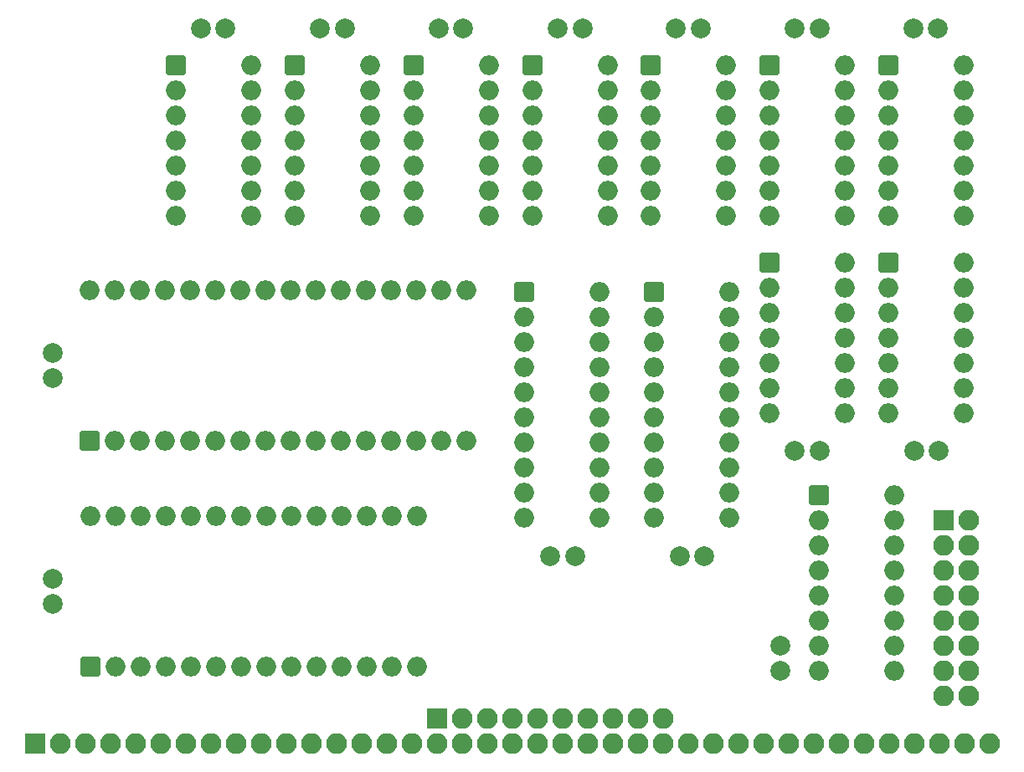
<source format=gbs>
G04 #@! TF.GenerationSoftware,KiCad,Pcbnew,6.0.2+dfsg-1*
G04 #@! TF.CreationDate,2024-03-05T11:34:35-05:00*
G04 #@! TF.ProjectId,megacart-ram,6d656761-6361-4727-942d-72616d2e6b69,rev?*
G04 #@! TF.SameCoordinates,Original*
G04 #@! TF.FileFunction,Soldermask,Bot*
G04 #@! TF.FilePolarity,Negative*
%FSLAX46Y46*%
G04 Gerber Fmt 4.6, Leading zero omitted, Abs format (unit mm)*
G04 Created by KiCad (PCBNEW 6.0.2+dfsg-1) date 2024-03-05 11:34:35*
%MOMM*%
%LPD*%
G01*
G04 APERTURE LIST*
G04 Aperture macros list*
%AMRoundRect*
0 Rectangle with rounded corners*
0 $1 Rounding radius*
0 $2 $3 $4 $5 $6 $7 $8 $9 X,Y pos of 4 corners*
0 Add a 4 corners polygon primitive as box body*
4,1,4,$2,$3,$4,$5,$6,$7,$8,$9,$2,$3,0*
0 Add four circle primitives for the rounded corners*
1,1,$1+$1,$2,$3*
1,1,$1+$1,$4,$5*
1,1,$1+$1,$6,$7*
1,1,$1+$1,$8,$9*
0 Add four rect primitives between the rounded corners*
20,1,$1+$1,$2,$3,$4,$5,0*
20,1,$1+$1,$4,$5,$6,$7,0*
20,1,$1+$1,$6,$7,$8,$9,0*
20,1,$1+$1,$8,$9,$2,$3,0*%
G04 Aperture macros list end*
%ADD10RoundRect,0.200000X-0.800000X-0.800000X0.800000X-0.800000X0.800000X0.800000X-0.800000X0.800000X0*%
%ADD11O,2.000000X2.000000*%
%ADD12RoundRect,0.200000X0.850000X-0.850000X0.850000X0.850000X-0.850000X0.850000X-0.850000X-0.850000X0*%
%ADD13O,2.100000X2.100000*%
%ADD14C,2.000000*%
%ADD15RoundRect,0.200000X-0.850000X-0.850000X0.850000X-0.850000X0.850000X0.850000X-0.850000X0.850000X0*%
%ADD16RoundRect,0.200000X0.800000X-0.800000X0.800000X0.800000X-0.800000X0.800000X-0.800000X-0.800000X0*%
G04 APERTURE END LIST*
D10*
X242000000Y-103000000D03*
D11*
X242000000Y-105540000D03*
X242000000Y-108080000D03*
X242000000Y-110620000D03*
X242000000Y-113160000D03*
X242000000Y-115700000D03*
X242000000Y-118240000D03*
X249620000Y-118240000D03*
X249620000Y-115700000D03*
X249620000Y-113160000D03*
X249620000Y-110620000D03*
X249620000Y-108080000D03*
X249620000Y-105540000D03*
X249620000Y-103000000D03*
D12*
X155702000Y-151612600D03*
D13*
X158242000Y-151612600D03*
X160782000Y-151612600D03*
X163322000Y-151612600D03*
X165862000Y-151612600D03*
X168402000Y-151612600D03*
X170942000Y-151612600D03*
X173482000Y-151612600D03*
X176022000Y-151612600D03*
X178562000Y-151612600D03*
X181102000Y-151612600D03*
X183642000Y-151612600D03*
X186182000Y-151612600D03*
X188722000Y-151612600D03*
X191262000Y-151612600D03*
X193802000Y-151612600D03*
X196342000Y-151612600D03*
X198882000Y-151612600D03*
X201422000Y-151612600D03*
X203962000Y-151612600D03*
X206502000Y-151612600D03*
X209042000Y-151612600D03*
X211582000Y-151612600D03*
X214122000Y-151612600D03*
X216662000Y-151612600D03*
X219202000Y-151612600D03*
X221742000Y-151612600D03*
X224282000Y-151612600D03*
X226822000Y-151612600D03*
X229362000Y-151612600D03*
X231902000Y-151612600D03*
X234442000Y-151612600D03*
X236982000Y-151612600D03*
X239522000Y-151612600D03*
X242062000Y-151612600D03*
X244602000Y-151612600D03*
X247142000Y-151612600D03*
X249682000Y-151612600D03*
X252222000Y-151612600D03*
D12*
X196342000Y-149072600D03*
D13*
X198882000Y-149072600D03*
X201422000Y-149072600D03*
X203962000Y-149072600D03*
X206502000Y-149072600D03*
X209042000Y-149072600D03*
X211582000Y-149072600D03*
X214122000Y-149072600D03*
X216662000Y-149072600D03*
X219202000Y-149072600D03*
D14*
X247122000Y-122047000D03*
X244622000Y-122047000D03*
X157480000Y-137480000D03*
X157480000Y-134980000D03*
X235057000Y-79248000D03*
X232557000Y-79248000D03*
D10*
X170000000Y-83000000D03*
D11*
X170000000Y-85540000D03*
X170000000Y-88080000D03*
X170000000Y-90620000D03*
X170000000Y-93160000D03*
X170000000Y-95700000D03*
X170000000Y-98240000D03*
X177620000Y-98240000D03*
X177620000Y-95700000D03*
X177620000Y-93160000D03*
X177620000Y-90620000D03*
X177620000Y-88080000D03*
X177620000Y-85540000D03*
X177620000Y-83000000D03*
D14*
X157480000Y-114620000D03*
X157480000Y-112120000D03*
D15*
X247635000Y-129047000D03*
D13*
X250175000Y-129047000D03*
X247635000Y-131587000D03*
X250175000Y-131587000D03*
X247635000Y-134127000D03*
X250175000Y-134127000D03*
X247635000Y-136667000D03*
X250175000Y-136667000D03*
X247635000Y-139207000D03*
X250175000Y-139207000D03*
X247635000Y-141747000D03*
X250175000Y-141747000D03*
X247635000Y-144287000D03*
X250175000Y-144287000D03*
X247635000Y-146827000D03*
X250175000Y-146827000D03*
D14*
X235057000Y-122047000D03*
X232557000Y-122047000D03*
D16*
X161280000Y-120975000D03*
D11*
X163820000Y-120975000D03*
X166360000Y-120975000D03*
X168900000Y-120975000D03*
X171440000Y-120975000D03*
X173980000Y-120975000D03*
X176520000Y-120975000D03*
X179060000Y-120975000D03*
X181600000Y-120975000D03*
X184140000Y-120975000D03*
X186680000Y-120975000D03*
X189220000Y-120975000D03*
X191760000Y-120975000D03*
X194300000Y-120975000D03*
X196840000Y-120975000D03*
X199380000Y-120975000D03*
X199380000Y-105735000D03*
X196840000Y-105735000D03*
X194300000Y-105735000D03*
X191760000Y-105735000D03*
X189220000Y-105735000D03*
X186680000Y-105735000D03*
X184140000Y-105735000D03*
X181600000Y-105735000D03*
X179060000Y-105735000D03*
X176520000Y-105735000D03*
X173980000Y-105735000D03*
X171440000Y-105735000D03*
X168900000Y-105735000D03*
X166360000Y-105735000D03*
X163820000Y-105735000D03*
X161280000Y-105735000D03*
D10*
X242000000Y-83000000D03*
D11*
X242000000Y-85540000D03*
X242000000Y-88080000D03*
X242000000Y-90620000D03*
X242000000Y-93160000D03*
X242000000Y-95700000D03*
X242000000Y-98240000D03*
X249620000Y-98240000D03*
X249620000Y-95700000D03*
X249620000Y-93160000D03*
X249620000Y-90620000D03*
X249620000Y-88080000D03*
X249620000Y-85540000D03*
X249620000Y-83000000D03*
D10*
X218323000Y-105918000D03*
D11*
X218323000Y-108458000D03*
X218323000Y-110998000D03*
X218323000Y-113538000D03*
X218323000Y-116078000D03*
X218323000Y-118618000D03*
X218323000Y-121158000D03*
X218323000Y-123698000D03*
X218323000Y-126238000D03*
X218323000Y-128778000D03*
X225943000Y-128778000D03*
X225943000Y-126238000D03*
X225943000Y-123698000D03*
X225943000Y-121158000D03*
X225943000Y-118618000D03*
X225943000Y-116078000D03*
X225943000Y-113538000D03*
X225943000Y-110998000D03*
X225943000Y-108458000D03*
X225943000Y-105918000D03*
X242570000Y-126492000D03*
X242570000Y-129032000D03*
X242570000Y-131572000D03*
X242570000Y-134112000D03*
X242570000Y-136652000D03*
X242570000Y-139192000D03*
X242570000Y-141732000D03*
X242570000Y-144272000D03*
X234950000Y-144272000D03*
X234950000Y-141732000D03*
X234950000Y-139192000D03*
X234950000Y-136652000D03*
X234950000Y-134112000D03*
X234950000Y-131572000D03*
X234950000Y-129032000D03*
D10*
X234950000Y-126492000D03*
X182000000Y-83000000D03*
D11*
X182000000Y-85540000D03*
X182000000Y-88080000D03*
X182000000Y-90620000D03*
X182000000Y-93160000D03*
X182000000Y-95700000D03*
X182000000Y-98240000D03*
X189620000Y-98240000D03*
X189620000Y-95700000D03*
X189620000Y-93160000D03*
X189620000Y-90620000D03*
X189620000Y-88080000D03*
X189620000Y-85540000D03*
X189620000Y-83000000D03*
D10*
X230000000Y-103000000D03*
D11*
X230000000Y-105540000D03*
X230000000Y-108080000D03*
X230000000Y-110620000D03*
X230000000Y-113160000D03*
X230000000Y-115700000D03*
X230000000Y-118240000D03*
X237620000Y-118240000D03*
X237620000Y-115700000D03*
X237620000Y-113160000D03*
X237620000Y-110620000D03*
X237620000Y-108080000D03*
X237620000Y-105540000D03*
X237620000Y-103000000D03*
D10*
X230000000Y-83000000D03*
D11*
X230000000Y-85540000D03*
X230000000Y-88080000D03*
X230000000Y-90620000D03*
X230000000Y-93160000D03*
X230000000Y-95700000D03*
X230000000Y-98240000D03*
X237620000Y-98240000D03*
X237620000Y-95700000D03*
X237620000Y-93160000D03*
X237620000Y-90620000D03*
X237620000Y-88080000D03*
X237620000Y-85540000D03*
X237620000Y-83000000D03*
D14*
X231130000Y-141752000D03*
X231130000Y-144252000D03*
X223012000Y-79248000D03*
X220512000Y-79248000D03*
X247015000Y-79248000D03*
X244515000Y-79248000D03*
D10*
X205200000Y-105918000D03*
D11*
X205200000Y-108458000D03*
X205200000Y-110998000D03*
X205200000Y-113538000D03*
X205200000Y-116078000D03*
X205200000Y-118618000D03*
X205200000Y-121158000D03*
X205200000Y-123698000D03*
X205200000Y-126238000D03*
X205200000Y-128778000D03*
X212820000Y-128778000D03*
X212820000Y-126238000D03*
X212820000Y-123698000D03*
X212820000Y-121158000D03*
X212820000Y-118618000D03*
X212820000Y-116078000D03*
X212820000Y-113538000D03*
X212820000Y-110998000D03*
X212820000Y-108458000D03*
X212820000Y-105918000D03*
D10*
X218000000Y-83000000D03*
D11*
X218000000Y-85540000D03*
X218000000Y-88080000D03*
X218000000Y-90620000D03*
X218000000Y-93160000D03*
X218000000Y-95700000D03*
X218000000Y-98240000D03*
X225620000Y-98240000D03*
X225620000Y-95700000D03*
X225620000Y-93160000D03*
X225620000Y-90620000D03*
X225620000Y-88080000D03*
X225620000Y-85540000D03*
X225620000Y-83000000D03*
D14*
X211074000Y-79248000D03*
X208574000Y-79248000D03*
D10*
X194000000Y-83000000D03*
D11*
X194000000Y-85540000D03*
X194000000Y-88080000D03*
X194000000Y-90620000D03*
X194000000Y-93160000D03*
X194000000Y-95700000D03*
X194000000Y-98240000D03*
X201620000Y-98240000D03*
X201620000Y-95700000D03*
X201620000Y-93160000D03*
X201620000Y-90620000D03*
X201620000Y-88080000D03*
X201620000Y-85540000D03*
X201620000Y-83000000D03*
D14*
X199009000Y-79248000D03*
X196509000Y-79248000D03*
X174986000Y-79248000D03*
X172486000Y-79248000D03*
D10*
X206000000Y-83000000D03*
D11*
X206000000Y-85540000D03*
X206000000Y-88080000D03*
X206000000Y-90620000D03*
X206000000Y-93160000D03*
X206000000Y-95700000D03*
X206000000Y-98240000D03*
X213620000Y-98240000D03*
X213620000Y-95700000D03*
X213620000Y-93160000D03*
X213620000Y-90620000D03*
X213620000Y-88080000D03*
X213620000Y-85540000D03*
X213620000Y-83000000D03*
D14*
X210312000Y-132715000D03*
X207812000Y-132715000D03*
D16*
X161290000Y-143835000D03*
D11*
X163830000Y-143835000D03*
X166370000Y-143835000D03*
X168910000Y-143835000D03*
X171450000Y-143835000D03*
X173990000Y-143835000D03*
X176530000Y-143835000D03*
X179070000Y-143835000D03*
X181610000Y-143835000D03*
X184150000Y-143835000D03*
X186690000Y-143835000D03*
X189230000Y-143835000D03*
X191770000Y-143835000D03*
X194310000Y-143835000D03*
X194310000Y-128595000D03*
X191770000Y-128595000D03*
X189230000Y-128595000D03*
X186690000Y-128595000D03*
X184150000Y-128595000D03*
X181610000Y-128595000D03*
X179070000Y-128595000D03*
X176530000Y-128595000D03*
X173990000Y-128595000D03*
X171450000Y-128595000D03*
X168910000Y-128595000D03*
X166370000Y-128595000D03*
X163830000Y-128595000D03*
X161290000Y-128595000D03*
D14*
X184551000Y-79248000D03*
X187051000Y-79248000D03*
X223393000Y-132715000D03*
X220893000Y-132715000D03*
M02*

</source>
